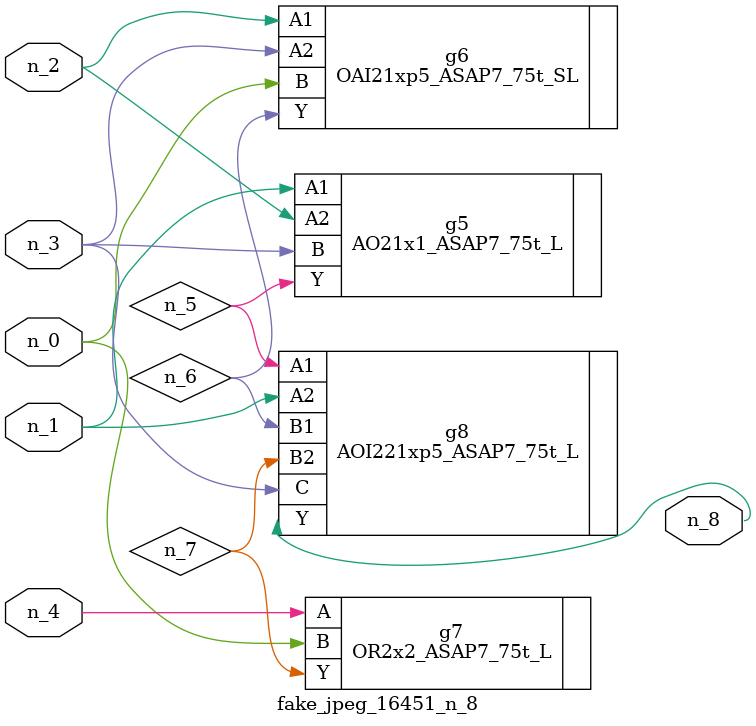
<source format=v>
module fake_jpeg_16451_n_8 (n_3, n_2, n_1, n_0, n_4, n_8);

input n_3;
input n_2;
input n_1;
input n_0;
input n_4;

output n_8;

wire n_6;
wire n_5;
wire n_7;

AO21x1_ASAP7_75t_L g5 ( 
.A1(n_1),
.A2(n_2),
.B(n_3),
.Y(n_5)
);

OAI21xp5_ASAP7_75t_SL g6 ( 
.A1(n_2),
.A2(n_3),
.B(n_0),
.Y(n_6)
);

OR2x2_ASAP7_75t_L g7 ( 
.A(n_4),
.B(n_0),
.Y(n_7)
);

AOI221xp5_ASAP7_75t_L g8 ( 
.A1(n_5),
.A2(n_1),
.B1(n_6),
.B2(n_7),
.C(n_3),
.Y(n_8)
);


endmodule
</source>
